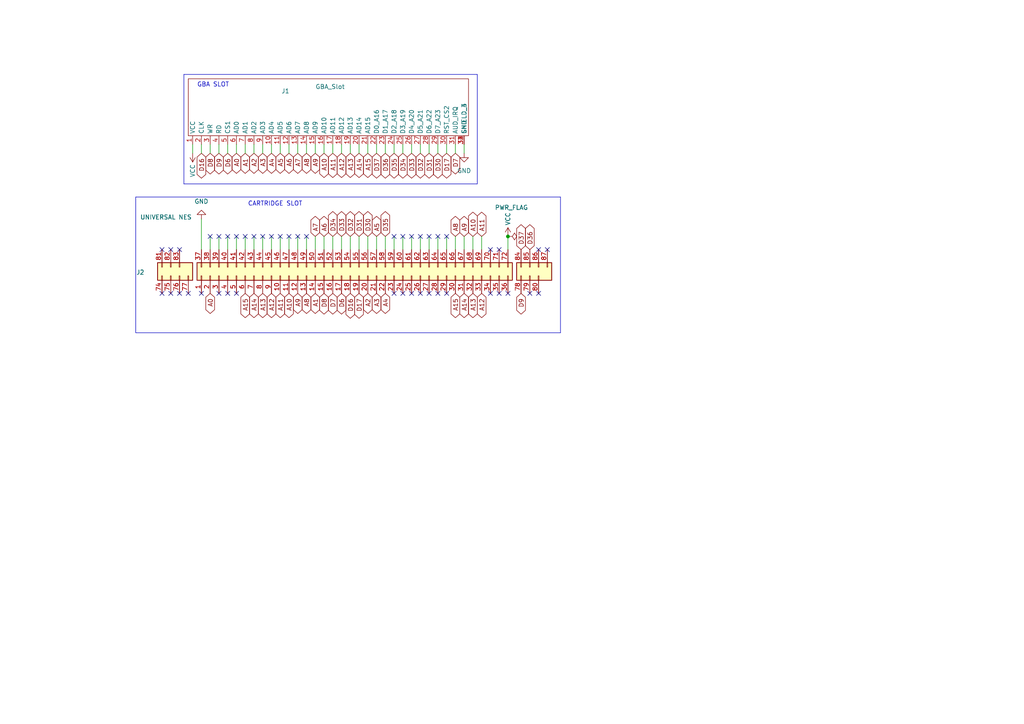
<source format=kicad_sch>
(kicad_sch (version 20231120) (generator "eeschema") (generator_version "8.0")
  (paper "A4")
  (lib_symbols
    (symbol "!MiniReader:NES_FULL" (pin_names (offset 1.016) hide)
      (property "Reference" "J5" (at 1.016 59.69 90))
      (property "Value" "UNIVERSAL NES" (at 17.018 45.974 90))
      (symbol "NES_FULL_1_1"
        (rectangle (start -1.27 -54.483) (end 0 -54.737) (stroke (width 0.1524)))
        (rectangle (start -1.27 -51.943) (end 0 -52.197) (stroke (width 0.1524)))
        (rectangle (start -1.27 -49.403) (end 0 -49.657) (stroke (width 0.1524)))
        (rectangle (start -1.27 -48.26) (end 3.81 -58.42) (stroke (width 0.254)) (fill (type background)))
        (rectangle (start -1.27 -45.593) (end 0 -45.847) (stroke (width 0.1524)))
        (rectangle (start -1.27 -43.053) (end 0 -43.307) (stroke (width 0.1524)))
        (rectangle (start -1.27 -40.513) (end 0 -40.767) (stroke (width 0.1524)))
        (rectangle (start -1.27 -37.973) (end 0 -38.227) (stroke (width 0.1524)))
        (rectangle (start -1.27 -35.433) (end 0 -35.687) (stroke (width 0.1524)))
        (rectangle (start -1.27 -32.893) (end 0 -33.147) (stroke (width 0.1524)))
        (rectangle (start -1.27 -30.353) (end 0 -30.607) (stroke (width 0.1524)))
        (rectangle (start -1.27 -27.813) (end 0 -28.067) (stroke (width 0.1524)))
        (rectangle (start -1.27 -25.273) (end 0 -25.527) (stroke (width 0.1524)))
        (rectangle (start -1.27 -22.733) (end 0 -22.987) (stroke (width 0.1524)))
        (rectangle (start -1.27 -20.193) (end 0 -20.447) (stroke (width 0.1524)))
        (rectangle (start -1.27 -17.653) (end 0 -17.907) (stroke (width 0.1524)))
        (rectangle (start -1.27 -15.113) (end 0 -15.367) (stroke (width 0.1524)))
        (rectangle (start -1.27 -12.573) (end 0 -12.827) (stroke (width 0.1524)))
        (rectangle (start -1.27 -10.033) (end 0 -10.287) (stroke (width 0.1524)))
        (rectangle (start -1.27 -7.493) (end 0 -7.747) (stroke (width 0.1524)))
        (rectangle (start -1.27 -4.953) (end 0 -5.207) (stroke (width 0.1524)))
        (rectangle (start -1.27 -2.413) (end 0 -2.667) (stroke (width 0.1524)))
        (rectangle (start -1.27 0.127) (end 0 -0.127) (stroke (width 0.1524)))
        (rectangle (start -1.27 2.667) (end 0 2.413) (stroke (width 0.1524)))
        (rectangle (start -1.27 5.207) (end 0 4.953) (stroke (width 0.1524)))
        (rectangle (start -1.27 7.747) (end 0 7.493) (stroke (width 0.1524)))
        (rectangle (start -1.27 10.287) (end 0 10.033) (stroke (width 0.1524)))
        (rectangle (start -1.27 12.827) (end 0 12.573) (stroke (width 0.1524)))
        (rectangle (start -1.27 15.367) (end 0 15.113) (stroke (width 0.1524)))
        (rectangle (start -1.27 17.907) (end 0 17.653) (stroke (width 0.1524)))
        (rectangle (start -1.27 20.447) (end 0 20.193) (stroke (width 0.1524)))
        (rectangle (start -1.27 22.987) (end 0 22.733) (stroke (width 0.1524)))
        (rectangle (start -1.27 25.527) (end 0 25.273) (stroke (width 0.1524)))
        (rectangle (start -1.27 28.067) (end 0 27.813) (stroke (width 0.1524)))
        (rectangle (start -1.27 30.607) (end 0 30.353) (stroke (width 0.1524)))
        (rectangle (start -1.27 33.147) (end 0 32.893) (stroke (width 0.1524)))
        (rectangle (start -1.27 35.687) (end 0 35.433) (stroke (width 0.1524)))
        (rectangle (start -1.27 38.227) (end 0 37.973) (stroke (width 0.1524)))
        (rectangle (start -1.27 40.767) (end 0 40.513) (stroke (width 0.1524)))
        (rectangle (start -1.27 43.307) (end 0 43.053) (stroke (width 0.1524)))
        (rectangle (start -1.27 44.45) (end 3.81 -46.99) (stroke (width 0.254)) (fill (type background)))
        (rectangle (start -1.27 47.117) (end 0 46.863) (stroke (width 0.1524)))
        (rectangle (start -1.27 49.657) (end 0 49.403) (stroke (width 0.1524)))
        (rectangle (start -1.27 52.197) (end 0 51.943) (stroke (width 0.1524)))
        (rectangle (start -1.27 54.737) (end 0 54.483) (stroke (width 0.1524)))
        (rectangle (start -1.27 55.88) (end 3.81 45.72) (stroke (width 0.254)) (fill (type background)))
        (rectangle (start 3.81 -57.277) (end 2.54 -57.023) (stroke (width 0.1524)))
        (rectangle (start 3.81 -54.737) (end 2.54 -54.483) (stroke (width 0.1524)))
        (rectangle (start 3.81 -52.197) (end 2.54 -51.943) (stroke (width 0.1524)))
        (rectangle (start 3.81 -49.657) (end 2.54 -49.403) (stroke (width 0.1524)))
        (rectangle (start 3.81 -45.593) (end 2.54 -45.847) (stroke (width 0.1524)))
        (rectangle (start 3.81 -43.053) (end 2.54 -43.307) (stroke (width 0.1524)))
        (rectangle (start 3.81 -40.513) (end 2.54 -40.767) (stroke (width 0.1524)))
        (rectangle (start 3.81 -37.973) (end 2.54 -38.227) (stroke (width 0.1524)))
        (rectangle (start 3.81 -35.433) (end 2.54 -35.687) (stroke (width 0.1524)))
        (rectangle (start 3.81 -32.893) (end 2.54 -33.147) (stroke (width 0.1524)))
        (rectangle (start 3.81 -30.353) (end 2.54 -30.607) (stroke (width 0.1524)))
        (rectangle (start 3.81 -27.813) (end 2.54 -28.067) (stroke (width 0.1524)))
        (rectangle (start 3.81 -25.273) (end 2.54 -25.527) (stroke (width 0.1524)))
        (rectangle (start 3.81 -22.733) (end 2.54 -22.987) (stroke (width 0.1524)))
        (rectangle (start 3.81 -20.193) (end 2.54 -20.447) (stroke (width 0.1524)))
        (rectangle (start 3.81 -17.653) (end 2.54 -17.907) (stroke (width 0.1524)))
        (rectangle (start 3.81 -15.113) (end 2.54 -15.367) (stroke (width 0.1524)))
        (rectangle (start 3.81 -12.573) (end 2.54 -12.827) (stroke (width 0.1524)))
        (rectangle (start 3.81 -10.033) (end 2.54 -10.287) (stroke (width 0.1524)))
        (rectangle (start 3.81 -7.493) (end 2.54 -7.747) (stroke (width 0.1524)))
        (rectangle (start 3.81 -4.953) (end 2.54 -5.207) (stroke (width 0.1524)))
        (rectangle (start 3.81 -2.413) (end 2.54 -2.667) (stroke (width 0.1524)))
        (rectangle (start 3.81 0.127) (end 2.54 -0.127) (stroke (width 0.1524)))
        (rectangle (start 3.81 2.667) (end 2.54 2.413) (stroke (width 0.1524)))
        (rectangle (start 3.81 5.207) (end 2.54 4.953) (stroke (width 0.1524)))
        (rectangle (start 3.81 7.747) (end 2.54 7.493) (stroke (width 0.1524)))
        (rectangle (start 3.81 10.287) (end 2.54 10.033) (stroke (width 0.1524)))
        (rectangle (start 3.81 12.827) (end 2.54 12.573) (stroke (width 0.1524)))
        (rectangle (start 3.81 15.367) (end 2.54 15.113) (stroke (width 0.1524)))
        (rectangle (start 3.81 17.907) (end 2.54 17.653) (stroke (width 0.1524)))
        (rectangle (start 3.81 20.447) (end 2.54 20.193) (stroke (width 0.1524)))
        (rectangle (start 3.81 22.987) (end 2.54 22.733) (stroke (width 0.1524)))
        (rectangle (start 3.81 25.527) (end 2.54 25.273) (stroke (width 0.1524)))
        (rectangle (start 3.81 28.067) (end 2.54 27.813) (stroke (width 0.1524)))
        (rectangle (start 3.81 30.607) (end 2.54 30.353) (stroke (width 0.1524)))
        (rectangle (start 3.81 33.147) (end 2.54 32.893) (stroke (width 0.1524)))
        (rectangle (start 3.81 35.687) (end 2.54 35.433) (stroke (width 0.1524)))
        (rectangle (start 3.81 38.227) (end 2.54 37.973) (stroke (width 0.1524)))
        (rectangle (start 3.81 40.767) (end 2.54 40.513) (stroke (width 0.1524)))
        (rectangle (start 3.81 43.307) (end 2.54 43.053) (stroke (width 0.1524)))
        (rectangle (start 3.81 49.403) (end 2.54 49.657) (stroke (width 0.1524)))
        (rectangle (start 3.81 51.943) (end 2.54 52.197) (stroke (width 0.1524)))
        (rectangle (start 3.81 54.483) (end 2.54 54.737) (stroke (width 0.1524)))
        (pin passive line (at -5.08 43.18 0) (length 3.81) (name "Pin_1") (number "1"))
        (pin passive line (at -5.08 20.32 0) (length 3.81) (name "Pin_10") (number "10"))
        (pin passive line (at -5.08 17.78 0) (length 3.81) (name "Pin_11") (number "11"))
        (pin passive line (at -5.08 15.24 0) (length 3.81) (name "Pin_12") (number "12"))
        (pin passive line (at -5.08 12.7 0) (length 3.81) (name "Pin_13") (number "13"))
        (pin passive line (at -5.08 10.16 0) (length 3.81) (name "Pin_14") (number "14"))
        (pin passive line (at -5.08 7.62 0) (length 3.81) (name "Pin_15") (number "15"))
        (pin passive line (at -5.08 5.08 0) (length 3.81) (name "Pin_16") (number "16"))
        (pin passive line (at -5.08 2.54 0) (length 3.81) (name "Pin_17") (number "17"))
        (pin passive line (at -5.08 0 0) (length 3.81) (name "Pin_18") (number "18"))
        (pin passive line (at -5.08 -2.54 0) (length 3.81) (name "Pin_19") (number "19"))
        (pin passive line (at -5.08 40.64 0) (length 3.81) (name "Pin_2") (number "2"))
        (pin passive line (at -5.08 -5.08 0) (length 3.81) (name "Pin_20") (number "20"))
        (pin passive line (at -5.08 -7.62 0) (length 3.81) (name "Pin_21") (number "21"))
        (pin passive line (at -5.08 -10.16 0) (length 3.81) (name "Pin_22") (number "22"))
        (pin passive line (at -5.08 -12.7 0) (length 3.81) (name "Pin_23") (number "23"))
        (pin passive line (at -5.08 -15.24 0) (length 3.81) (name "Pin_24") (number "24"))
        (pin passive line (at -5.08 -17.78 0) (length 3.81) (name "Pin_25") (number "25"))
        (pin passive line (at -5.08 -20.32 0) (length 3.81) (name "Pin_26") (number "26"))
        (pin passive line (at -5.08 -22.86 0) (length 3.81) (name "Pin_27") (number "27"))
        (pin passive line (at -5.08 -25.4 0) (length 3.81) (name "Pin_28") (number "28"))
        (pin passive line (at -5.08 -27.94 0) (length 3.81) (name "Pin_29") (number "29"))
        (pin passive line (at -5.08 38.1 0) (length 3.81) (name "Pin_3") (number "3"))
        (pin passive line (at -5.08 -30.48 0) (length 3.81) (name "Pin_30") (number "30"))
        (pin passive line (at -5.08 -33.02 0) (length 3.81) (name "Pin_31") (number "31"))
        (pin passive line (at -5.08 -35.56 0) (length 3.81) (name "Pin_32") (number "32"))
        (pin passive line (at -5.08 -38.1 0) (length 3.81) (name "Pin_33") (number "33"))
        (pin passive line (at -5.08 -40.64 0) (length 3.81) (name "Pin_34") (number "34"))
        (pin passive line (at -5.08 -43.18 0) (length 3.81) (name "Pin_35") (number "35"))
        (pin passive line (at -5.08 -45.72 0) (length 3.81) (name "Pin_36") (number "36"))
        (pin passive line (at 7.62 43.18 180) (length 3.81) (name "Pin_37") (number "37"))
        (pin passive line (at 7.62 40.64 180) (length 3.81) (name "Pin_38") (number "38"))
        (pin passive line (at 7.62 38.1 180) (length 3.81) (name "Pin_39") (number "39"))
        (pin passive line (at -5.08 35.56 0) (length 3.81) (name "Pin_4") (number "4"))
        (pin passive line (at 7.62 35.56 180) (length 3.81) (name "Pin_40") (number "40"))
        (pin passive line (at 7.62 33.02 180) (length 3.81) (name "Pin_41") (number "41"))
        (pin passive line (at 7.62 30.48 180) (length 3.81) (name "Pin_42") (number "42"))
        (pin passive line (at 7.62 27.94 180) (length 3.81) (name "Pin_43") (number "43"))
        (pin passive line (at 7.62 25.4 180) (length 3.81) (name "Pin_44") (number "44"))
        (pin passive line (at 7.62 22.86 180) (length 3.81) (name "Pin_45") (number "45"))
        (pin passive line (at 7.62 20.32 180) (length 3.81) (name "Pin_46") (number "46"))
        (pin passive line (at 7.62 17.78 180) (length 3.81) (name "Pin_47") (number "47"))
        (pin passive line (at 7.62 15.24 180) (length 3.81) (name "Pin_48") (number "48"))
        (pin passive line (at 7.62 12.7 180) (length 3.81) (name "Pin_49") (number "49"))
        (pin passive line (at -5.08 33.02 0) (length 3.81) (name "Pin_5") (number "5"))
        (pin passive line (at 7.62 10.16 180) (length 3.81) (name "Pin_50") (number "50"))
        (pin passive line (at 7.62 7.62 180) (length 3.81) (name "Pin_51") (number "51"))
        (pin passive line (at 7.62 5.08 180) (length 3.81) (name "Pin_52") (number "52"))
        (pin passive line (at 7.62 2.54 180) (length 3.81) (name "Pin_53") (number "53"))
        (pin passive line (at 7.62 0 180) (length 3.81) (name "Pin_54") (number "54"))
        (pin passive line (at 7.62 -2.54 180) (length 3.81) (name "Pin_55") (number "55"))
        (pin passive line (at 7.62 -5.08 180) (length 3.81) (name "Pin_56") (number "56"))
        (pin passive line (at 7.62 -7.62 180) (length 3.81) (name "Pin_57") (number "57"))
        (pin passive line (at 7.62 -10.16 180) (length 3.81) (name "Pin_58") (number "58"))
        (pin passive line (at 7.62 -12.7 180) (length 3.81) (name "Pin_59") (number "59"))
        (pin passive line (at -5.08 30.48 0) (length 3.81) (name "Pin_6") (number "6"))
        (pin passive line (at 7.62 -15.24 180) (length 3.81) (name "Pin_60") (number "60"))
        (pin passive line (at 7.62 -17.78 180) (length 3.81) (name "Pin_61") (number "61"))
        (pin passive line (at 7.62 -20.32 180) (length 3.81) (name "Pin_62") (number "62"))
        (pin passive line (at 7.62 -22.86 180) (length 3.81) (name "Pin_63") (number "63"))
        (pin passive line (at 7.62 -25.4 180) (length 3.81) (name "Pin_64") (number "64"))
        (pin passive line (at 7.62 -27.94 180) (length 3.81) (name "Pin_65") (number "65"))
        (pin passive line (at 7.62 -30.48 180) (length 3.81) (name "Pin_66") (number "66"))
        (pin passive line (at 7.62 -33.02 180) (length 3.81) (name "Pin_67") (number "67"))
        (pin passive line (at 7.62 -35.56 180) (length 3.81) (name "Pin_68") (number "68"))
        (pin passive line (at 7.62 -38.1 180) (length 3.81) (name "Pin_69") (number "69"))
        (pin passive line (at -5.08 27.94 0) (length 3.81) (name "Pin_7") (number "7"))
        (pin passive line (at 7.62 -40.64 180) (length 3.81) (name "Pin_70") (number "70"))
        (pin passive line (at 7.62 -43.18 180) (length 3.81) (name "Pin_71") (number "71"))
        (pin passive line (at 7.62 -45.72 180) (length 3.81) (name "Pin_72") (number "72"))
        (pin passive line (at -5.08 54.61 0) (length 3.81) (name "Pin_74") (number "74"))
        (pin passive line (at -5.08 52.07 0) (length 3.81) (name "Pin_75") (number "75"))
        (pin passive line (at -5.08 49.53 0) (length 3.81) (name "Pin_76") (number "76"))
        (pin passive line (at -5.08 46.99 0) (length 3.81) (name "Pin_77") (number "77"))
        (pin passive line (at -5.08 -49.53 0) (length 3.81) (name "Pin_78") (number "78"))
        (pin passive line (at -5.08 -52.07 0) (length 3.81) (name "Pin_79") (number "79"))
        (pin passive line (at -5.08 25.4 0) (length 3.81) (name "Pin_8") (number "8"))
        (pin passive line (at -5.08 -54.61 0) (length 3.81) (name "Pin_80") (number "80"))
        (pin passive line (at 7.62 54.61 180) (length 3.81) (name "Pin_81") (number "81"))
        (pin passive line (at 7.62 52.07 180) (length 3.81) (name "Pin_82") (number "82"))
        (pin passive line (at 7.62 49.53 180) (length 3.81) (name "Pin_83") (number "83"))
        (pin passive line (at 7.62 -49.53 180) (length 3.81) (name "Pin_84") (number "84"))
        (pin passive line (at 7.62 -52.07 180) (length 3.81) (name "Pin_85") (number "85"))
        (pin passive line (at 7.62 -54.61 180) (length 3.81) (name "Pin_86") (number "86"))
        (pin passive line (at 7.62 -57.15 180) (length 3.81) (name "Pin_87") (number "87"))
        (pin passive line (at -5.08 22.86 0) (length 3.81) (name "Pin_9") (number "9"))
      )
    )
    (symbol "!OSCR:GBA_Slot"
      (property "Reference" "J10" (at 1.27 15.24 0))
      (property "Value" "GBA_Slot" (at 1.27 12.7 0))
      (symbol "GBA_Slot_0_1"
        (rectangle (start 40.64 -8.89) (end -40.64 7.62) (stroke (width 0.1524)))
      )
      (symbol "GBA_Slot_1_0"
        (pin power_in line (at 39.37 -11.43 90) (length 2.54) (name "SHIELD_3") (number "33"))
        (pin power_in line (at 39.37 -11.43 90) (length 2.54) (name "SHIELD_4") (number "34"))
      )
      (symbol "GBA_Slot_1_1"
        (pin power_in line (at -39.37 -11.43 90) (length 2.54) (name "VCC") (number "1"))
        (pin bidirectional line (at -16.51 -11.43 90) (length 2.54) (name "AD4") (number "10"))
        (pin bidirectional line (at -13.97 -11.43 90) (length 2.54) (name "AD5") (number "11"))
        (pin bidirectional line (at -11.43 -11.43 90) (length 2.54) (name "AD6") (number "12"))
        (pin bidirectional line (at -8.89 -11.43 90) (length 2.54) (name "AD7") (number "13"))
        (pin bidirectional line (at -6.35 -11.43 90) (length 2.54) (name "AD8") (number "14"))
        (pin bidirectional line (at -3.81 -11.43 90) (length 2.54) (name "AD9") (number "15"))
        (pin bidirectional line (at -1.27 -11.43 90) (length 2.54) (name "AD10") (number "16"))
        (pin bidirectional line (at 1.27 -11.43 90) (length 2.54) (name "AD11") (number "17"))
        (pin bidirectional line (at 3.81 -11.43 90) (length 2.54) (name "AD12") (number "18"))
        (pin bidirectional line (at 6.35 -11.43 90) (length 2.54) (name "AD13") (number "19"))
        (pin input line (at -36.83 -11.43 90) (length 2.54) (name "CLK") (number "2"))
        (pin bidirectional line (at 8.89 -11.43 90) (length 2.54) (name "AD14") (number "20"))
        (pin bidirectional line (at 11.43 -11.43 90) (length 2.54) (name "AD15") (number "21"))
        (pin bidirectional line (at 13.97 -11.43 90) (length 2.54) (name "D0_A16") (number "22"))
        (pin bidirectional line (at 16.51 -11.43 90) (length 2.54) (name "D1_A17") (number "23"))
        (pin bidirectional line (at 19.05 -11.43 90) (length 2.54) (name "D2_A18") (number "24"))
        (pin bidirectional line (at 21.59 -11.43 90) (length 2.54) (name "D3_A19") (number "25"))
        (pin bidirectional line (at 24.13 -11.43 90) (length 2.54) (name "D4_A20") (number "26"))
        (pin bidirectional line (at 26.67 -11.43 90) (length 2.54) (name "D5_A21") (number "27"))
        (pin bidirectional line (at 29.21 -11.43 90) (length 2.54) (name "D6_A22") (number "28"))
        (pin bidirectional line (at 31.75 -11.43 90) (length 2.54) (name "D7_A23") (number "29"))
        (pin input line (at -34.29 -11.43 90) (length 2.54) (name "WR") (number "3"))
        (pin input line (at 34.29 -11.43 90) (length 2.54) (name "RST_CS2") (number "30"))
        (pin input line (at 36.83 -11.43 90) (length 2.54) (name "AUD_IRQ") (number "31"))
        (pin power_in line (at 39.37 -11.43 90) (length 2.54) (name "GND") (number "32"))
        (pin input line (at -31.75 -11.43 90) (length 2.54) (name "RD") (number "4"))
        (pin input line (at -29.21 -11.43 90) (length 2.54) (name "CS1") (number "5"))
        (pin bidirectional line (at -26.67 -11.43 90) (length 2.54) (name "AD0") (number "6"))
        (pin bidirectional line (at -24.13 -11.43 90) (length 2.54) (name "AD1") (number "7"))
        (pin bidirectional line (at -21.59 -11.43 90) (length 2.54) (name "AD2") (number "8"))
        (pin bidirectional line (at -19.05 -11.43 90) (length 2.54) (name "AD3") (number "9"))
      )
    )
    (symbol "power:GND" (power) (pin_names (offset 0))
      (property "Value" "GND" (at 0 -3.81 0))
      (symbol "GND_0_1"
        (polyline (pts (xy 0 0) (xy 0 -1.27) (xy 1.27 -1.27) (xy 0 -2.54) (xy -1.27 -1.27) (xy 0 -1.27)))
      )
      (symbol "GND_1_1"
        (pin power_in line (at 0 0 270) (length 0) hide (name "GND") (number "1"))
      )
    )
    (symbol "power:PWR_FLAG" (power) (pin_numbers hide) (pin_names (offset 0) hide)
      (property "Value" "PWR_FLAG" (at 0 3.81 0))
      (symbol "PWR_FLAG_0_0"
        (pin power_out line (at 0 0 90) (length 0) (name "pwr") (number "1"))
      )
      (symbol "PWR_FLAG_0_1"
        (polyline (pts (xy 0 0) (xy 0 1.27) (xy -1.016 1.905) (xy 0 2.54) (xy 1.016 1.905) (xy 0 1.27)))
      )
    )
    (symbol "power:VCC" (power) (pin_names (offset 0))
      (property "Value" "VCC" (at 0 3.81 0))
      (symbol "VCC_0_1"
        (polyline (pts (xy -0.762 1.27) (xy 0 2.54)))
        (polyline (pts (xy 0 0) (xy 0 2.54)))
        (polyline (pts (xy 0 2.54) (xy 0.762 1.27)))
      )
      (symbol "VCC_1_1"
        (pin power_in line (at 0 0 90) (length 0) hide (name "VCC") (number "1"))
      )
    )
  )
  (junction (at 147.32 68.58))
  (no_connect (at 63.5 68.58))
  (no_connect (at 78.74 68.58))
  (no_connect (at 156.21 85.09))
  (no_connect (at 144.78 85.09))
  (no_connect (at 119.38 85.09))
  (no_connect (at 58.42 85.09))
  (no_connect (at 127 85.09))
  (no_connect (at 54.61 85.09))
  (no_connect (at 66.04 68.58))
  (no_connect (at 88.9 68.58))
  (no_connect (at 116.84 68.58))
  (no_connect (at 81.28 68.58))
  (no_connect (at 114.3 68.58))
  (no_connect (at 68.58 68.58))
  (no_connect (at 49.53 85.09))
  (no_connect (at 66.04 85.09))
  (no_connect (at 142.24 85.09))
  (no_connect (at 46.99 72.39))
  (no_connect (at 124.46 68.58))
  (no_connect (at 158.75 72.39))
  (no_connect (at 60.96 68.58))
  (no_connect (at 127 68.58))
  (no_connect (at 147.32 85.09))
  (no_connect (at 71.12 68.58))
  (no_connect (at 114.3 85.09))
  (no_connect (at 52.07 85.09))
  (no_connect (at 46.99 85.09))
  (no_connect (at 129.54 68.58))
  (no_connect (at 124.46 85.09))
  (no_connect (at 63.5 85.09))
  (no_connect (at 76.2 68.58))
  (no_connect (at 86.36 68.58))
  (no_connect (at 144.78 72.39))
  (no_connect (at 121.92 85.09))
  (no_connect (at 83.82 68.58))
  (no_connect (at 121.92 68.58))
  (no_connect (at 142.24 72.39))
  (no_connect (at 153.67 85.09))
  (no_connect (at 49.53 72.39))
  (no_connect (at 156.21 72.39))
  (no_connect (at 119.38 68.58))
  (no_connect (at 73.66 68.58))
  (no_connect (at 68.58 85.09))
  (no_connect (at 116.84 85.09))
  (no_connect (at 129.54 85.09))
  (no_connect (at 52.07 72.39))
  (wire (pts (xy 76.2 41.91) (xy 76.2 44.45)))
  (wire (pts (xy 81.28 41.91) (xy 81.28 44.45)))
  (wire (pts (xy 137.16 68.58) (xy 137.16 72.39)))
  (wire (pts (xy 76.2 68.58) (xy 76.2 72.39)))
  (wire (pts (xy 114.3 68.58) (xy 114.3 72.39)))
  (wire (pts (xy 93.98 68.58) (xy 93.98 72.39)))
  (wire (pts (xy 66.04 41.91) (xy 66.04 44.45)))
  (wire (pts (xy 83.82 68.58) (xy 83.82 72.39)))
  (wire (pts (xy 147.32 68.58) (xy 147.32 72.39)))
  (wire (pts (xy 88.9 68.58) (xy 88.9 72.39)))
  (wire (pts (xy 124.46 68.58) (xy 124.46 72.39)))
  (wire (pts (xy 121.92 41.91) (xy 121.92 44.45)))
  (polyline (pts (xy 39.37 57.15) (xy 39.37 96.52)))
  (wire (pts (xy 73.66 68.58) (xy 73.66 72.39)))
  (wire (pts (xy 114.3 41.91) (xy 114.3 44.45)))
  (wire (pts (xy 127 41.91) (xy 127 44.45)))
  (wire (pts (xy 66.04 68.58) (xy 66.04 72.39)))
  (wire (pts (xy 91.44 41.91) (xy 91.44 44.45)))
  (wire (pts (xy 63.5 68.58) (xy 63.5 72.39)))
  (wire (pts (xy 58.42 41.91) (xy 58.42 44.45)))
  (wire (pts (xy 124.46 41.91) (xy 124.46 44.45)))
  (wire (pts (xy 106.68 41.91) (xy 106.68 44.45)))
  (wire (pts (xy 129.54 68.58) (xy 129.54 72.39)))
  (wire (pts (xy 111.76 68.58) (xy 111.76 72.39)))
  (wire (pts (xy 104.14 68.58) (xy 104.14 72.39)))
  (wire (pts (xy 68.58 68.58) (xy 68.58 72.39)))
  (wire (pts (xy 78.74 41.91) (xy 78.74 44.45)))
  (wire (pts (xy 132.08 68.58) (xy 132.08 72.39)))
  (wire (pts (xy 88.9 41.91) (xy 88.9 44.45)))
  (wire (pts (xy 83.82 41.91) (xy 83.82 44.45)))
  (wire (pts (xy 99.06 68.58) (xy 99.06 72.39)))
  (polyline (pts (xy 162.56 96.52) (xy 39.37 96.52)))
  (wire (pts (xy 134.62 41.91) (xy 134.62 44.45)))
  (wire (pts (xy 86.36 68.58) (xy 86.36 72.39)))
  (wire (pts (xy 58.42 63.5) (xy 58.42 72.39)))
  (polyline (pts (xy 53.34 21.59) (xy 53.34 53.34)))
  (wire (pts (xy 81.28 68.58) (xy 81.28 72.39)))
  (wire (pts (xy 132.08 41.91) (xy 132.08 44.45)))
  (wire (pts (xy 99.06 41.91) (xy 99.06 44.45)))
  (wire (pts (xy 101.6 68.58) (xy 101.6 72.39)))
  (wire (pts (xy 116.84 68.58) (xy 116.84 72.39)))
  (wire (pts (xy 60.96 41.91) (xy 60.96 44.45)))
  (wire (pts (xy 91.44 68.58) (xy 91.44 72.39)))
  (wire (pts (xy 96.52 68.58) (xy 96.52 72.39)))
  (wire (pts (xy 119.38 41.91) (xy 119.38 44.45)))
  (wire (pts (xy 78.74 68.58) (xy 78.74 72.39)))
  (wire (pts (xy 86.36 41.91) (xy 86.36 44.45)))
  (wire (pts (xy 71.12 41.91) (xy 71.12 44.45)))
  (wire (pts (xy 139.7 68.58) (xy 139.7 72.39)))
  (wire (pts (xy 109.22 68.58) (xy 109.22 72.39)))
  (wire (pts (xy 60.96 68.58) (xy 60.96 72.39)))
  (wire (pts (xy 73.66 41.91) (xy 73.66 44.45)))
  (wire (pts (xy 63.5 41.91) (xy 63.5 44.45)))
  (wire (pts (xy 71.12 68.58) (xy 71.12 72.39)))
  (polyline (pts (xy 138.43 53.34) (xy 138.43 21.59)))
  (polyline (pts (xy 53.34 53.34) (xy 138.43 53.34)))
  (wire (pts (xy 129.54 41.91) (xy 129.54 44.45)))
  (wire (pts (xy 127 68.58) (xy 127 72.39)))
  (wire (pts (xy 55.88 41.91) (xy 55.88 44.45)))
  (wire (pts (xy 121.92 68.58) (xy 121.92 72.39)))
  (wire (pts (xy 119.38 68.58) (xy 119.38 72.39)))
  (wire (pts (xy 68.58 41.91) (xy 68.58 44.45)))
  (wire (pts (xy 101.6 41.91) (xy 101.6 44.45)))
  (wire (pts (xy 116.84 41.91) (xy 116.84 44.45)))
  (wire (pts (xy 111.76 41.91) (xy 111.76 44.45)))
  (wire (pts (xy 109.22 41.91) (xy 109.22 44.45)))
  (polyline (pts (xy 39.37 57.15) (xy 162.56 57.15)))
  (polyline (pts (xy 162.56 57.15) (xy 162.56 96.52)))
  (wire (pts (xy 134.62 68.58) (xy 134.62 72.39)))
  (wire (pts (xy 93.98 41.91) (xy 93.98 44.45)))
  (polyline (pts (xy 53.34 21.59) (xy 138.43 21.59)))
  (wire (pts (xy 104.14 41.91) (xy 104.14 44.45)))
  (wire (pts (xy 96.52 41.91) (xy 96.52 44.45)))
  (wire (pts (xy 106.68 68.58) (xy 106.68 72.39)))
  (text "GBA SLOT" (at 57.15 25.4 0) (effects (font (size 1.27 1.27)) (justify left bottom)))
  (text "CARTRIDGE SLOT" (at 71.882 59.944 0) (effects (font (size 1.27 1.27)) (justify left bottom)))
  (global_label "A9" (shape bidirectional) (at 86.36 85.09 270) (property "Intersheetrefs" "${INTERSHEET_REFS}" (effects (hide yes))))
  (global_label "A0" (shape bidirectional) (at 60.96 85.09 270) (property "Intersheetrefs" "${INTERSHEET_REFS}" (effects (hide yes))))
  (global_label "D7" (shape bidirectional) (at 132.08 44.45 270) (property "Intersheetrefs" "${INTERSHEET_REFS}" (effects (hide yes))))
  (global_label "A10" (shape bidirectional) (at 137.16 68.58 90) (property "Intersheetrefs" "${INTERSHEET_REFS}" (effects (hide yes))))
  (global_label "A0" (shape bidirectional) (at 68.58 44.45 270) (property "Intersheetrefs" "${INTERSHEET_REFS}" (effects (hide yes))))
  (global_label "A2" (shape bidirectional) (at 73.66 44.45 270) (property "Intersheetrefs" "${INTERSHEET_REFS}" (effects (hide yes))))
  (global_label "D7" (shape bidirectional) (at 96.52 85.09 270) (property "Intersheetrefs" "${INTERSHEET_REFS}" (effects (hide yes))))
  (global_label "D36" (shape bidirectional) (at 153.67 72.39 90) (property "Intersheetrefs" "${INTERSHEET_REFS}" (effects (hide yes))))
  (global_label "A14" (shape bidirectional) (at 104.14 44.45 270) (property "Intersheetrefs" "${INTERSHEET_REFS}" (effects (hide yes))))
  (global_label "D33" (shape bidirectional) (at 119.38 44.45 270) (property "Intersheetrefs" "${INTERSHEET_REFS}" (effects (hide yes))))
  (global_label "A4" (shape bidirectional) (at 111.76 85.09 270) (property "Intersheetrefs" "${INTERSHEET_REFS}" (effects (hide yes))))
  (global_label "A7" (shape bidirectional) (at 86.36 44.45 270) (property "Intersheetrefs" "${INTERSHEET_REFS}" (effects (hide yes))))
  (global_label "A8" (shape bidirectional) (at 132.08 68.58 90) (property "Intersheetrefs" "${INTERSHEET_REFS}" (effects (hide yes))))
  (global_label "D8" (shape bidirectional) (at 60.96 44.45 270) (property "Intersheetrefs" "${INTERSHEET_REFS}" (effects (hide yes))))
  (global_label "A12" (shape bidirectional) (at 99.06 44.45 270) (property "Intersheetrefs" "${INTERSHEET_REFS}" (effects (hide yes))))
  (global_label "D16" (shape bidirectional) (at 101.6 85.09 270) (property "Intersheetrefs" "${INTERSHEET_REFS}" (effects (hide yes))))
  (global_label "A3" (shape bidirectional) (at 76.2 44.45 270) (property "Intersheetrefs" "${INTERSHEET_REFS}" (effects (hide yes))))
  (global_label "A14" (shape bidirectional) (at 73.66 85.09 270) (property "Intersheetrefs" "${INTERSHEET_REFS}" (effects (hide yes))))
  (global_label "D36" (shape bidirectional) (at 111.76 44.45 270) (property "Intersheetrefs" "${INTERSHEET_REFS}" (effects (hide yes))))
  (global_label "A10" (shape bidirectional) (at 83.82 85.09 270) (property "Intersheetrefs" "${INTERSHEET_REFS}" (effects (hide yes))))
  (global_label "D9" (shape bidirectional) (at 151.13 85.09 270) (property "Intersheetrefs" "${INTERSHEET_REFS}" (effects (hide yes))))
  (global_label "D17" (shape bidirectional) (at 104.14 85.09 270) (property "Intersheetrefs" "${INTERSHEET_REFS}" (effects (hide yes))))
  (global_label "D17" (shape bidirectional) (at 129.54 44.45 270) (property "Intersheetrefs" "${INTERSHEET_REFS}" (effects (hide yes))))
  (global_label "A1" (shape bidirectional) (at 91.44 85.09 270) (property "Intersheetrefs" "${INTERSHEET_REFS}" (effects (hide yes))))
  (global_label "D9" (shape bidirectional) (at 63.5 44.45 270) (property "Intersheetrefs" "${INTERSHEET_REFS}" (effects (hide yes))))
  (global_label "A10" (shape bidirectional) (at 93.98 44.45 270) (property "Intersheetrefs" "${INTERSHEET_REFS}" (effects (hide yes))))
  (global_label "A7" (shape bidirectional) (at 91.44 68.58 90) (property "Intersheetrefs" "${INTERSHEET_REFS}" (effects (hide yes))))
  (global_label "A6" (shape bidirectional) (at 83.82 44.45 270) (property "Intersheetrefs" "${INTERSHEET_REFS}" (effects (hide yes))))
  (global_label "D37" (shape bidirectional) (at 151.13 72.39 90) (property "Intersheetrefs" "${INTERSHEET_REFS}" (effects (hide yes))))
  (global_label "D32" (shape bidirectional) (at 121.92 44.45 270) (property "Intersheetrefs" "${INTERSHEET_REFS}" (effects (hide yes))))
  (global_label "A1" (shape bidirectional) (at 71.12 44.45 270) (property "Intersheetrefs" "${INTERSHEET_REFS}" (effects (hide yes))))
  (global_label "A8" (shape bidirectional) (at 88.9 44.45 270) (property "Intersheetrefs" "${INTERSHEET_REFS}" (effects (hide yes))))
  (global_label "A13" (shape bidirectional) (at 76.2 85.09 270) (property "Intersheetrefs" "${INTERSHEET_REFS}" (effects (hide yes))))
  (global_label "D37" (shape bidirectional) (at 109.22 44.45 270) (property "Intersheetrefs" "${INTERSHEET_REFS}" (effects (hide yes))))
  (global_label "A15" (shape bidirectional) (at 106.68 44.45 270) (property "Intersheetrefs" "${INTERSHEET_REFS}" (effects (hide yes))))
  (global_label "D34" (shape bidirectional) (at 96.52 68.58 90) (property "Intersheetrefs" "${INTERSHEET_REFS}" (effects (hide yes))))
  (global_label "A11" (shape bidirectional) (at 96.52 44.45 270) (property "Intersheetrefs" "${INTERSHEET_REFS}" (effects (hide yes))))
  (global_label "D8" (shape bidirectional) (at 93.98 85.09 270) (property "Intersheetrefs" "${INTERSHEET_REFS}" (effects (hide yes))))
  (global_label "A12" (shape bidirectional) (at 139.7 85.09 270) (property "Intersheetrefs" "${INTERSHEET_REFS}" (effects (hide yes))))
  (global_label "D6" (shape bidirectional) (at 66.04 44.45 270) (property "Intersheetrefs" "${INTERSHEET_REFS}" (effects (hide yes))))
  (global_label "D30" (shape bidirectional) (at 106.68 68.58 90) (property "Intersheetrefs" "${INTERSHEET_REFS}" (effects (hide yes))))
  (global_label "D33" (shape bidirectional) (at 99.06 68.58 90) (property "Intersheetrefs" "${INTERSHEET_REFS}" (effects (hide yes))))
  (global_label "D35" (shape bidirectional) (at 111.76 68.58 90) (property "Intersheetrefs" "${INTERSHEET_REFS}" (effects (hide yes))))
  (global_label "A9" (shape bidirectional) (at 134.62 68.58 90) (property "Intersheetrefs" "${INTERSHEET_REFS}" (effects (hide yes))))
  (global_label "A13" (shape bidirectional) (at 101.6 44.45 270) (property "Intersheetrefs" "${INTERSHEET_REFS}" (effects (hide yes))))
  (global_label "D31" (shape bidirectional) (at 124.46 44.45 270) (property "Intersheetrefs" "${INTERSHEET_REFS}" (effects (hide yes))))
  (global_label "A14" (shape bidirectional) (at 134.62 85.09 270) (property "Intersheetrefs" "${INTERSHEET_REFS}" (effects (hide yes))))
  (global_label "D34" (shape bidirectional) (at 116.84 44.45 270) (property "Intersheetrefs" "${INTERSHEET_REFS}" (effects (hide yes))))
  (global_label "D6" (shape bidirectional) (at 99.06 85.09 270) (property "Intersheetrefs" "${INTERSHEET_REFS}" (effects (hide yes))))
  (global_label "A4" (shape bidirectional) (at 78.74 44.45 270) (property "Intersheetrefs" "${INTERSHEET_REFS}" (effects (hide yes))))
  (global_label "A5" (shape bidirectional) (at 81.28 44.45 270) (property "Intersheetrefs" "${INTERSHEET_REFS}" (effects (hide yes))))
  (global_label "D35" (shape bidirectional) (at 114.3 44.45 270) (property "Intersheetrefs" "${INTERSHEET_REFS}" (effects (hide yes))))
  (global_label "A3" (shape bidirectional) (at 109.22 85.09 270) (property "Intersheetrefs" "${INTERSHEET_REFS}" (effects (hide yes))))
  (global_label "A15" (shape bidirectional) (at 71.12 85.09 270) (property "Intersheetrefs" "${INTERSHEET_REFS}" (effects (hide yes))))
  (global_label "D32" (shape bidirectional) (at 101.6 68.58 90) (property "Intersheetrefs" "${INTERSHEET_REFS}" (effects (hide yes))))
  (global_label "A6" (shape bidirectional) (at 93.98 68.58 90) (property "Intersheetrefs" "${INTERSHEET_REFS}" (effects (hide yes))))
  (global_label "A5" (shape bidirectional) (at 109.22 68.58 90) (property "Intersheetrefs" "${INTERSHEET_REFS}" (effects (hide yes))))
  (global_label "A9" (shape bidirectional) (at 91.44 44.45 270) (property "Intersheetrefs" "${INTERSHEET_REFS}" (effects (hide yes))))
  (global_label "A12" (shape bidirectional) (at 78.74 85.09 270) (property "Intersheetrefs" "${INTERSHEET_REFS}" (effects (hide yes))))
  (global_label "A2" (shape bidirectional) (at 106.68 85.09 270) (property "Intersheetrefs" "${INTERSHEET_REFS}" (effects (hide yes))))
  (global_label "A15" (shape bidirectional) (at 132.08 85.09 270) (property "Intersheetrefs" "${INTERSHEET_REFS}" (effects (hide yes))))
  (global_label "A13" (shape bidirectional) (at 137.16 85.09 270) (property "Intersheetrefs" "${INTERSHEET_REFS}" (effects (hide yes))))
  (global_label "A8" (shape bidirectional) (at 88.9 85.09 270) (property "Intersheetrefs" "${INTERSHEET_REFS}" (effects (hide yes))))
  (global_label "D30" (shape bidirectional) (at 127 44.45 270) (property "Intersheetrefs" "${INTERSHEET_REFS}" (effects (hide yes))))
  (global_label "D31" (shape bidirectional) (at 104.14 68.58 90) (property "Intersheetrefs" "${INTERSHEET_REFS}" (effects (hide yes))))
  (global_label "D16" (shape bidirectional) (at 58.42 44.45 270) (property "Intersheetrefs" "${INTERSHEET_REFS}" (effects (hide yes))))
  (global_label "A11" (shape bidirectional) (at 139.7 68.58 90) (property "Intersheetrefs" "${INTERSHEET_REFS}" (effects (hide yes))))
  (global_label "A11" (shape bidirectional) (at 81.28 85.09 270) (property "Intersheetrefs" "${INTERSHEET_REFS}" (effects (hide yes))))
  (symbol (lib_id "power:GND") (at 134.62 44.45 0) (unit 1)
    (property "Reference" "#PWR02" (effects (hide yes)))
    (property "Value" "GND" (at 134.62 49.53 0))
  )
  (symbol (lib_id "power:VCC") (at 147.32 68.58 0) (unit 1)
    (property "Reference" "#PWR05" (effects (hide yes)))
    (property "Value" "VCC" (at 147.32 63.5 90))
  )
  (symbol (lib_id "power:GND") (at 58.42 63.5 180) (unit 1)
    (property "Reference" "#PWR04" (effects (hide yes)))
    (property "Value" "GND" (at 58.42 58.42 0))
  )
  (symbol (lib_id "power:PWR_FLAG") (at 147.32 68.58 270) (unit 1)
    (property "Reference" "#FLG02" (effects (hide yes)))
    (property "Value" "PWR_FLAG" (at 143.51 60.198 90) (effects (justify left)))
  )
  (symbol (lib_id "!MiniReader:NES_FULL") (at 101.6 80.01 90) (unit 1)
    (property "Reference" "J2" (at 41.91 78.994 90) (effects (justify left)))
    (property "Value" "UNIVERSAL NES" (at 55.626 62.992 90) (effects (justify left)))
    (property "Footprint" "!MiniReader:UNIVERSAL_NES" (effects (hide yes)))
    (property "Description" "Generic connector, double row, 02x36, top/bottom pin numbering scheme (row 1: 1...pins_per_row, row2: pins_per_row+1 ... num_pins), script generated (kicad-library-utils/schlib/autogen/connector/)" (effects (hide yes)))
  )
  (symbol (lib_id "power:VCC") (at 55.88 44.45 180) (unit 1)
    (property "Reference" "#PWR01" (effects (hide yes)))
    (property "Value" "VCC" (at 55.88 49.53 90))
  )
  (symbol (lib_id "!OSCR:GBA_Slot") (at 95.25 30.48 0) (unit 1)
    (property "Reference" "J1" (at 82.804 26.416 0))
    (property "Value" "GBA_Slot" (at 95.758 25.146 0))
    (property "Footprint" "!OSCR:GBA_Slot" (effects (hide yes)))
  )
)
</source>
